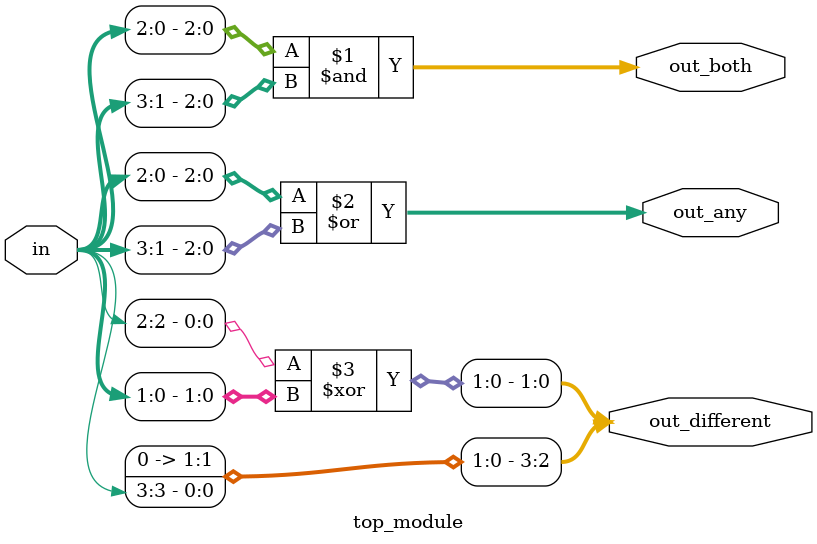
<source format=sv>
module top_module (
	input [3:0] in,
	output [2:0] out_both,
	output [3:1] out_any,
	output [3:0] out_different
);

	assign out_both = in[2:0] & in[3:1];
	assign out_any = in[2:0] | in[3:1];
	assign out_different = {in[3], in[2] ^ {in[1], in[0]}};

endmodule

</source>
